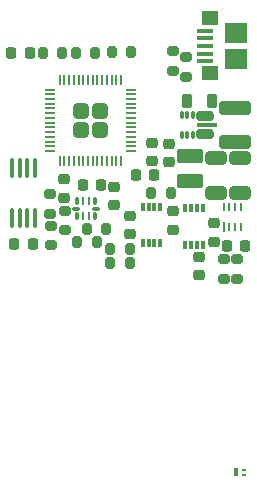
<source format=gtp>
G04 #@! TF.GenerationSoftware,KiCad,Pcbnew,(6.0.7)*
G04 #@! TF.CreationDate,2022-10-27T11:55:22+02:00*
G04 #@! TF.ProjectId,soilMoistureSensor,736f696c-4d6f-4697-9374-75726553656e,rev?*
G04 #@! TF.SameCoordinates,Original*
G04 #@! TF.FileFunction,Paste,Top*
G04 #@! TF.FilePolarity,Positive*
%FSLAX46Y46*%
G04 Gerber Fmt 4.6, Leading zero omitted, Abs format (unit mm)*
G04 Created by KiCad (PCBNEW (6.0.7)) date 2022-10-27 11:55:22*
%MOMM*%
%LPD*%
G01*
G04 APERTURE LIST*
G04 Aperture macros list*
%AMRoundRect*
0 Rectangle with rounded corners*
0 $1 Rounding radius*
0 $2 $3 $4 $5 $6 $7 $8 $9 X,Y pos of 4 corners*
0 Add a 4 corners polygon primitive as box body*
4,1,4,$2,$3,$4,$5,$6,$7,$8,$9,$2,$3,0*
0 Add four circle primitives for the rounded corners*
1,1,$1+$1,$2,$3*
1,1,$1+$1,$4,$5*
1,1,$1+$1,$6,$7*
1,1,$1+$1,$8,$9*
0 Add four rect primitives between the rounded corners*
20,1,$1+$1,$2,$3,$4,$5,0*
20,1,$1+$1,$4,$5,$6,$7,0*
20,1,$1+$1,$6,$7,$8,$9,0*
20,1,$1+$1,$8,$9,$2,$3,0*%
G04 Aperture macros list end*
%ADD10RoundRect,0.250000X-0.650000X0.325000X-0.650000X-0.325000X0.650000X-0.325000X0.650000X0.325000X0*%
%ADD11RoundRect,0.225000X-0.225000X-0.250000X0.225000X-0.250000X0.225000X0.250000X-0.225000X0.250000X0*%
%ADD12RoundRect,0.250000X1.100000X-0.325000X1.100000X0.325000X-1.100000X0.325000X-1.100000X-0.325000X0*%
%ADD13RoundRect,0.200000X-0.275000X0.200000X-0.275000X-0.200000X0.275000X-0.200000X0.275000X0.200000X0*%
%ADD14R,0.300000X0.800000*%
%ADD15RoundRect,0.200000X0.200000X0.275000X-0.200000X0.275000X-0.200000X-0.275000X0.200000X-0.275000X0*%
%ADD16RoundRect,0.200000X-0.200000X-0.275000X0.200000X-0.275000X0.200000X0.275000X-0.200000X0.275000X0*%
%ADD17RoundRect,0.225000X0.250000X-0.225000X0.250000X0.225000X-0.250000X0.225000X-0.250000X-0.225000X0*%
%ADD18R,1.400000X0.400000*%
%ADD19R,1.450000X1.150000*%
%ADD20R,1.900000X1.750000*%
%ADD21RoundRect,0.218750X0.218750X0.381250X-0.218750X0.381250X-0.218750X-0.381250X0.218750X-0.381250X0*%
%ADD22RoundRect,0.225000X-0.250000X0.225000X-0.250000X-0.225000X0.250000X-0.225000X0.250000X0.225000X0*%
%ADD23RoundRect,0.250000X-0.850000X0.375000X-0.850000X-0.375000X0.850000X-0.375000X0.850000X0.375000X0*%
%ADD24RoundRect,0.100000X0.100000X-0.712500X0.100000X0.712500X-0.100000X0.712500X-0.100000X-0.712500X0*%
%ADD25RoundRect,0.225000X0.225000X0.250000X-0.225000X0.250000X-0.225000X-0.250000X0.225000X-0.250000X0*%
%ADD26RoundRect,0.062500X0.062500X-0.337500X0.062500X0.337500X-0.062500X0.337500X-0.062500X-0.337500X0*%
%ADD27RoundRect,0.062500X0.062500X-0.287500X0.062500X0.287500X-0.062500X0.287500X-0.062500X-0.287500X0*%
%ADD28RoundRect,0.218750X-0.218750X-0.256250X0.218750X-0.256250X0.218750X0.256250X-0.218750X0.256250X0*%
%ADD29RoundRect,0.200000X-0.525000X0.200000X-0.525000X-0.200000X0.525000X-0.200000X0.525000X0.200000X0*%
%ADD30RoundRect,0.075000X-0.075000X0.225000X-0.075000X-0.225000X0.075000X-0.225000X0.075000X0.225000X0*%
%ADD31RoundRect,0.075000X-0.787500X0.075000X-0.787500X-0.075000X0.787500X-0.075000X0.787500X0.075000X0*%
%ADD32RoundRect,0.200000X0.275000X-0.200000X0.275000X0.200000X-0.275000X0.200000X-0.275000X-0.200000X0*%
%ADD33RoundRect,0.218750X0.256250X-0.218750X0.256250X0.218750X-0.256250X0.218750X-0.256250X-0.218750X0*%
%ADD34RoundRect,0.249999X-0.395001X0.395001X-0.395001X-0.395001X0.395001X-0.395001X0.395001X0.395001X0*%
%ADD35RoundRect,0.050000X-0.050000X0.387500X-0.050000X-0.387500X0.050000X-0.387500X0.050000X0.387500X0*%
%ADD36RoundRect,0.050000X-0.387500X0.050000X-0.387500X-0.050000X0.387500X-0.050000X0.387500X0.050000X0*%
%ADD37R,0.400000X0.250000*%
%ADD38R,0.400000X0.700000*%
%ADD39RoundRect,0.062500X-0.062500X0.237500X-0.062500X-0.237500X0.062500X-0.237500X0.062500X0.237500X0*%
%ADD40RoundRect,0.087500X-0.212500X0.087500X-0.212500X-0.087500X0.212500X-0.087500X0.212500X0.087500X0*%
G04 APERTURE END LIST*
D10*
X233300000Y-52425000D03*
X233300000Y-55375000D03*
D11*
X216225000Y-59700000D03*
X217775000Y-59700000D03*
D12*
X234900000Y-51075000D03*
X234900000Y-48125000D03*
D13*
X219300000Y-58150000D03*
X219300000Y-59800000D03*
D14*
X232196428Y-56625000D03*
X231696428Y-56625000D03*
X231196428Y-56625000D03*
X230696428Y-56625000D03*
X230696428Y-59725000D03*
X231196428Y-59725000D03*
X231696428Y-59725000D03*
X232196428Y-59725000D03*
D15*
X224021428Y-58400000D03*
X222371428Y-58400000D03*
D16*
X224375000Y-60100000D03*
X226025000Y-60100000D03*
D17*
X229300000Y-52775000D03*
X229300000Y-51225000D03*
D18*
X232350000Y-44200000D03*
X232350000Y-43550000D03*
X232350000Y-42900000D03*
X232350000Y-42250000D03*
X232350000Y-41600000D03*
D19*
X232770000Y-40580000D03*
X232770000Y-45220000D03*
D20*
X235000000Y-44025000D03*
X235000000Y-41775000D03*
D15*
X226000000Y-61300000D03*
X224350000Y-61300000D03*
D11*
X234225000Y-59850000D03*
X235775000Y-59850000D03*
D21*
X232962500Y-47600000D03*
X230837500Y-47600000D03*
D22*
X233150000Y-57925000D03*
X233150000Y-59475000D03*
D17*
X220446428Y-55750000D03*
X220446428Y-54200000D03*
D13*
X219246428Y-55450000D03*
X219246428Y-57100000D03*
D23*
X231100000Y-52225000D03*
X231100000Y-54375000D03*
D24*
X216025000Y-57432500D03*
X216675000Y-57432500D03*
X217325000Y-57432500D03*
X217975000Y-57432500D03*
X217975000Y-53207500D03*
X217325000Y-53207500D03*
X216675000Y-53207500D03*
X216025000Y-53207500D03*
D25*
X228075000Y-53800000D03*
X226525000Y-53800000D03*
D15*
X220290476Y-43500000D03*
X218640476Y-43500000D03*
D26*
X233950000Y-58200000D03*
D27*
X234450000Y-58250000D03*
X234950000Y-58250000D03*
X235450000Y-58250000D03*
X235450000Y-56550000D03*
X234950000Y-56550000D03*
X234450000Y-56550000D03*
X233950000Y-56550000D03*
D28*
X215977976Y-43500000D03*
X217552976Y-43500000D03*
D13*
X229700000Y-43375000D03*
X229700000Y-45025000D03*
D29*
X232387500Y-48850000D03*
D30*
X231337500Y-48750000D03*
X230887500Y-48750000D03*
X230437500Y-48750000D03*
X230437500Y-50450000D03*
X230887500Y-50450000D03*
X231337500Y-50450000D03*
D29*
X232387500Y-50350000D03*
D31*
X232525000Y-49600000D03*
D32*
X233950000Y-62625000D03*
X233950000Y-60975000D03*
D33*
X227900000Y-52687500D03*
X227900000Y-51112500D03*
D10*
X235300000Y-52425000D03*
X235300000Y-55375000D03*
D22*
X229646428Y-56900000D03*
X229646428Y-58450000D03*
D13*
X230800000Y-43875000D03*
X230800000Y-45525000D03*
D22*
X226046428Y-57300000D03*
X226046428Y-58850000D03*
D14*
X227096428Y-59625000D03*
X227596428Y-59625000D03*
X228096428Y-59625000D03*
X228596428Y-59625000D03*
X228596428Y-56525000D03*
X228096428Y-56525000D03*
X227596428Y-56525000D03*
X227096428Y-56525000D03*
D16*
X221450000Y-43500000D03*
X223100000Y-43500000D03*
X221575000Y-59500000D03*
X223225000Y-59500000D03*
D22*
X231900000Y-60775000D03*
X231900000Y-62325000D03*
D17*
X224700000Y-56375000D03*
X224700000Y-54825000D03*
D32*
X235100000Y-62625000D03*
X235100000Y-60975000D03*
D34*
X223475000Y-50000000D03*
X221875000Y-50000000D03*
X221875000Y-48400000D03*
X223475000Y-48400000D03*
D35*
X225275000Y-45762500D03*
X224875000Y-45762500D03*
X224475000Y-45762500D03*
X224075000Y-45762500D03*
X223675000Y-45762500D03*
X223275000Y-45762500D03*
X222875000Y-45762500D03*
X222475000Y-45762500D03*
X222075000Y-45762500D03*
X221675000Y-45762500D03*
X221275000Y-45762500D03*
X220875000Y-45762500D03*
X220475000Y-45762500D03*
X220075000Y-45762500D03*
D36*
X219237500Y-46600000D03*
X219237500Y-47000000D03*
X219237500Y-47400000D03*
X219237500Y-47800000D03*
X219237500Y-48200000D03*
X219237500Y-48600000D03*
X219237500Y-49000000D03*
X219237500Y-49400000D03*
X219237500Y-49800000D03*
X219237500Y-50200000D03*
X219237500Y-50600000D03*
X219237500Y-51000000D03*
X219237500Y-51400000D03*
X219237500Y-51800000D03*
D35*
X220075000Y-52637500D03*
X220475000Y-52637500D03*
X220875000Y-52637500D03*
X221275000Y-52637500D03*
X221675000Y-52637500D03*
X222075000Y-52637500D03*
X222475000Y-52637500D03*
X222875000Y-52637500D03*
X223275000Y-52637500D03*
X223675000Y-52637500D03*
X224075000Y-52637500D03*
X224475000Y-52637500D03*
X224875000Y-52637500D03*
X225275000Y-52637500D03*
D36*
X226112500Y-51800000D03*
X226112500Y-51400000D03*
X226112500Y-51000000D03*
X226112500Y-50600000D03*
X226112500Y-50200000D03*
X226112500Y-49800000D03*
X226112500Y-49400000D03*
X226112500Y-49000000D03*
X226112500Y-48600000D03*
X226112500Y-48200000D03*
X226112500Y-47800000D03*
X226112500Y-47400000D03*
X226112500Y-47000000D03*
X226112500Y-46600000D03*
D37*
X235700000Y-79225000D03*
X235700000Y-78775000D03*
D38*
X235000000Y-79000000D03*
D15*
X226125000Y-43400000D03*
X224475000Y-43400000D03*
D11*
X222025000Y-54700000D03*
X223575000Y-54700000D03*
D15*
X229471428Y-55375000D03*
X227821428Y-55375000D03*
D13*
X220496428Y-56875000D03*
X220496428Y-58525000D03*
D30*
X223046428Y-56075000D03*
D39*
X222546428Y-56075000D03*
X222046428Y-56075000D03*
D30*
X221546428Y-56075000D03*
D40*
X221421428Y-56700000D03*
D30*
X221546428Y-57325000D03*
D39*
X222046428Y-57325000D03*
X222546428Y-57325000D03*
D30*
X223046428Y-57325000D03*
D40*
X223171428Y-56700000D03*
M02*

</source>
